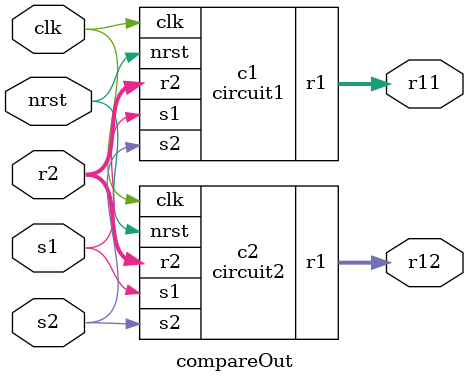
<source format=sv>

module circuit1(output [3:0] r1, input [3:0] r2, input clk,s1,s2,nrst);
  always_ff @(posedge clk or negedge nrst) begin
    if (!nrst) r1 <= 4'b0;
    else if (s1) r1 <= r1 + r2;
    else if (s2) r1 <= r1 + 1;
    else r1 <= r1;
  end
endmodule

module circuit2(output [3:0] r1, input [3:0] r2, input clk,s1,s2,nrst);
  always_ff @(posedge clk or negedge nrst) begin
    if (!nrst) r1 <= 4'b0;
    else r1 <= r1 + ((r2 & {4{s1}}) | (!s1&s2));
  end
endmodule

module compareOut(output [3:0] r11, output [3:0] r12, input [3:0] r2, input clk,s1,s2,nrst);
  circuit1 c1(r11,r2,clk,s1,s2,nrst);  
  circuit2 c2(r12,r2,clk,s1,s2,nrst);
endmodule


</source>
